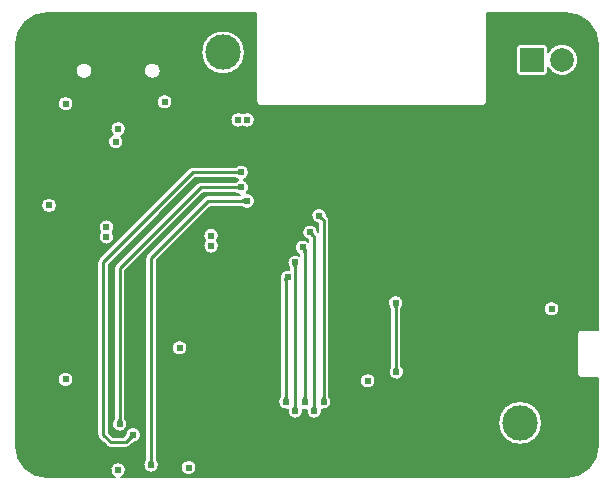
<source format=gbl>
G04 Layer: BottomLayer*
G04 EasyEDA Pro v2.2.34.8, 2025-02-19 17:22:18*
G04 Gerber Generator version 0.3*
G04 Scale: 100 percent, Rotated: No, Reflected: No*
G04 Dimensions in millimeters*
G04 Leading zeros omitted, absolute positions, 4 integers and 5 decimals*
%FSLAX45Y45*%
%MOMM*%
%ADD10C,0.2032*%
%ADD11C,3.0*%
%ADD12O,1.1X2.0*%
%ADD13O,1.2X1.8*%
%ADD14R,2.0X2.0*%
%ADD15C,2.0*%
%ADD16C,0.6096*%
%ADD17C,0.2586*%
%ADD18C,0.254*%
G75*


G04 Copper Start*
G36*
G01X18441151Y3135114D02*
G01X14671239Y3135114D01*
G03X14643099Y3261433I-28140J60025D01*
G03X14614959Y3135114I0J-66294D01*
G01X14041400Y3135114D01*
G02X13777214Y3399300I0J264186D01*
G01X13777214Y6799300D01*
G02X14041300Y7063486I264099J87D01*
G01X15813786Y7063486D01*
G01X15813786Y6311900D01*
G03X15849600Y6276086I35814J0D01*
G01X17729200Y6276086D01*
G03X17765014Y6311900I0J35814D01*
G01X17765014Y7063486D01*
G01X18441328Y7063486D01*
G02X18705514Y6799237I0J-264186D01*
G01X18705337Y6062800D01*
G01X18705337Y4384114D01*
G01X18566150Y4384114D01*
G03X18530336Y4348300I0J-35814D01*
G01X18530336Y4008300D01*
G03X18566150Y3972486I35814J0D01*
G01X18705337Y3972486D01*
G01X18705337Y3399300D01*
G02X18441151Y3135114I-264186J0D01*
G37*
%LPC*%
G36*
G01X13992111Y5435105D02*
G03X14124699Y5435105I66294J0D01*
G03X13992111Y5435105I-66294J0D01*
G37*
G36*
G01X14132306Y6296406D02*
G03X14264894Y6296406I66294J0D01*
G03X14132306Y6296406I-66294J0D01*
G37*
G36*
G01X14132307Y3962400D02*
G03X14264895Y3962400I66294J0D01*
G03X14132307Y3962400I-66294J0D01*
G37*
G36*
G01X14425703Y6575909D02*
G03X14284072Y6575909I-70815J0D01*
G03X14425703Y6575909I70815J0D01*
G37*
G36*
G01X14467586Y3492500D02*
G03X14481795Y3458195I48514J0D01*
G01X14545295Y3394695D01*
G03X14579600Y3380486I34305J34305D01*
G01X14706600Y3380486D01*
G03X14740905Y3394695I0J48514D01*
G01X14772276Y3426067D01*
G01X14775316Y3426412D01*
G03X14816977Y3539377I-5216J66088D01*
G03X14704012Y3497716I-46877J-46877D01*
G01X14703667Y3494676D01*
G01X14686505Y3477514D01*
G01X14599695Y3477514D01*
G01X14564614Y3512595D01*
G01X14564614Y4932905D01*
G01X15298195Y5666486D01*
G01X15639064Y5666486D01*
G01X15641460Y5664577D01*
G03X15665457Y5651500I43040J50423D01*
G03X15641460Y5638423I19043J-63500D01*
G01X15639064Y5636514D01*
G01X15341600Y5636514D01*
G03X15307295Y5622305I0J-48514D01*
G01X14621494Y4936503D01*
G03X14607285Y4902199I34305J-34305D01*
G01X14607285Y3630696D01*
G01X14605376Y3628300D01*
G03X14655798Y3518966I50423J-43040D01*
G03X14706222Y3628299I0J66294D01*
G01X14704313Y3630697D01*
G01X14704313Y4882104D01*
G01X15361695Y5539486D01*
G01X15639064Y5539486D01*
G01X15641460Y5537577D01*
G03X15676309Y5522214I43040J50423D01*
G01X15405100Y5522214D01*
G03X15370795Y5508005I0J-48514D01*
G01X14888195Y5025405D01*
G03X14873986Y4991100I34305J-34305D01*
G01X14873986Y3283936D01*
G01X14872077Y3281540D01*
G03X14922500Y3172206I50423J-43040D01*
G03X14972923Y3281539I0J66294D01*
G01X14971014Y3283937D01*
G01X14971014Y4971005D01*
G01X15425195Y5425186D01*
G01X15689864Y5425186D01*
G01X15692260Y5423277D01*
G03X15798368Y5453272I43040J50423D01*
G03X15729996Y5539781I-63068J20428D01*
G03X15749010Y5603275I-45496J48219D01*
G03X15703543Y5651500I-64510J-15275D01*
G03X15742711Y5746723I-19043J63500D01*
G03X15641460Y5765423I-58211J-31723D01*
G01X15639064Y5763514D01*
G01X15278100Y5763514D01*
G03X15243795Y5749305I0J-48514D01*
G01X14481795Y4987305D01*
G03X14467586Y4953000I34305J-34305D01*
G01X14467586Y3492500D01*
G37*
G36*
G01X14544104Y5102606D02*
G03X14596275Y5209804I0J66294D01*
G03X14544104Y5317003I-52170J40904D01*
G03X14491934Y5209804I0J-66294D01*
G03X14544104Y5102606I52170J-40904D01*
G37*
G36*
G01X14608412Y5909590D02*
G03X14667919Y6021827I12982J65010D01*
G03X14656082Y6148310I-24819J61473D01*
G03X14596575Y6036074I-12982J-65010D01*
G03X14608412Y5909590I24819J-61473D01*
G37*
G36*
G01X15003705Y6575909D02*
G03X14862075Y6575909I-70815J0D01*
G03X15003705Y6575909I70815J0D01*
G37*
G36*
G01X14970506Y6311900D02*
G03X15103094Y6311900I66294J0D01*
G03X14970506Y6311900I-66294J0D01*
G37*
G36*
G01X15097506Y4229100D02*
G03X15230094Y4229100I66294J0D01*
G03X15097506Y4229100I-66294J0D01*
G37*
G36*
G01X15173706Y3215950D02*
G03X15306294Y3215950I66294J0D01*
G03X15173706Y3215950I-66294J0D01*
G37*
G36*
G01X15346286Y6731000D02*
G03X15717914Y6731000I185814J0D01*
G03X15346286Y6731000I-185814J0D01*
G37*
G36*
G01X15430500Y5026406D02*
G03X15480051Y5136741I0J66294D01*
G03X15430500Y5247076I-49551J44041D01*
G03X15380949Y5136741I0J-66294D01*
G03X15430500Y5026406I49551J-44041D01*
G37*
G36*
G01X15593661Y6159500D02*
G03X15697627Y6104950I66294J0D01*
G03X15801594Y6159500I37673J54550D01*
G03X15697627Y6214050I-66294J0D01*
G03X15593661Y6159500I-37673J-54550D01*
G37*
G36*
G01X16175071Y5010282D02*
G03X16090819Y4995498I-33371J-57282D01*
G03X16091277Y4909960I50881J-42498D01*
G01X16093186Y4907564D01*
G01X16093186Y4890578D01*
G03X16013239Y4812775I-14986J-64578D01*
G01X16014512Y4804624D01*
G01X16015071Y4796675D01*
G01X16015071Y3817336D01*
G01X16013162Y3814940D01*
G03X16006864Y3737584I50423J-43040D01*
G03X16078307Y3707261I56721J34316D01*
G03X16143585Y3629406I65278J-11561D01*
G03X16208863Y3707261I0J66294D01*
G03X16238307Y3707261I14722J64639D01*
G03X16303585Y3629406I65278J-11561D01*
G03X16368863Y3707261I0J66294D01*
G03X16434008Y3814939I14722J64639D01*
G01X16432099Y3817337D01*
G01X16432099Y5308015D01*
G03X16417890Y5342320I-48514J0D01*
G01X16411333Y5348876D01*
G01X16410988Y5351916D01*
G03X16299693Y5395190I-66088J-5216D01*
G03X16335071Y5281139I45207J-48490D01*
G01X16335071Y5209723D01*
G01X16334788Y5212216D01*
G03X16224924Y5256786I-66088J-5216D01*
G03X16255071Y5142122I43776J-49786D01*
G01X16255071Y5123678D01*
G03X16152895Y5120732I-49871J-43678D01*
G03X16175071Y5020948I52305J-40732D01*
G01X16175071Y5010282D01*
G37*
G36*
G01X16689597Y3949700D02*
G03X16822185Y3949700I66294J0D01*
G03X16689597Y3949700I-66294J0D01*
G37*
G36*
G01X16943150Y4062439D02*
G01X16941049Y4058650D01*
G03X17010822Y3960726I57640J-32750D01*
G03X17041114Y4076827I-12140J65170D01*
G01X17041114Y4564663D01*
G01X17043023Y4567061D01*
G03X16992600Y4676394I-50423J43039D01*
G03X16942177Y4567060I0J-66294D01*
G01X16944086Y4564664D01*
G01X16944086Y4064440D01*
G01X16943150Y4062439D01*
G37*
G36*
G01X17860886Y3594100D02*
G03X18232514Y3594100I185814J0D01*
G03X17860886Y3594100I-185814J0D01*
G37*
G36*
G01X18284114Y6767500D02*
G03X18248300Y6803314I-35814J0D01*
G01X18048300Y6803314D01*
G03X18012486Y6767500I0J-35814D01*
G01X18012486Y6567500D01*
G03X18048300Y6531686I35814J0D01*
G01X18248300Y6531686D01*
G03X18284114Y6567500I0J35814D01*
G01X18284114Y6600587D01*
G03X18538114Y6667500I118186J66913D01*
G03X18284114Y6734413I-135814J0D01*
G01X18284114Y6767500D01*
G37*
G36*
G01X18247106Y4559300D02*
G03X18379694Y4559300I66294J0D01*
G03X18247106Y4559300I-66294J0D01*
G37*
%LPD*%
G54D10*
G01X18441151Y3135114D02*
G01X14671239Y3135114D01*
G03X14643099Y3261433I-28140J60025D01*
G03X14614959Y3135114I0J-66294D01*
G01X14041400Y3135114D01*
G02X13777214Y3399300I0J264186D01*
G01X13777214Y6799300D01*
G02X14041300Y7063486I264099J87D01*
G01X15813786Y7063486D01*
G01X15813786Y6311900D01*
G03X15849600Y6276086I35814J0D01*
G01X17729200Y6276086D01*
G03X17765014Y6311900I0J35814D01*
G01X17765014Y7063486D01*
G01X18441328Y7063486D01*
G02X18705514Y6799237I0J-264186D01*
G01X18705337Y6062800D01*
G01X18705337Y4384114D01*
G01X18566150Y4384114D01*
G03X18530336Y4348300I0J-35814D01*
G01X18530336Y4008300D01*
G03X18566150Y3972486I35814J0D01*
G01X18705337Y3972486D01*
G01X18705337Y3399300D01*
G02X18441151Y3135114I-264186J0D01*
G01X13992111Y5435105D02*
G03X14124699Y5435105I66294J0D01*
G03X13992111Y5435105I-66294J0D01*
G01X14132306Y6296406D02*
G03X14264894Y6296406I66294J0D01*
G03X14132306Y6296406I-66294J0D01*
G01X14132307Y3962400D02*
G03X14264895Y3962400I66294J0D01*
G03X14132307Y3962400I-66294J0D01*
G01X14425703Y6575909D02*
G03X14284072Y6575909I-70815J0D01*
G03X14425703Y6575909I70815J0D01*
G01X14467586Y3492500D02*
G03X14481795Y3458195I48514J0D01*
G01X14545295Y3394695D01*
G03X14579600Y3380486I34305J34305D01*
G01X14706600Y3380486D01*
G03X14740905Y3394695I0J48514D01*
G01X14772276Y3426067D01*
G01X14775316Y3426412D01*
G03X14816977Y3539377I-5216J66088D01*
G03X14704012Y3497716I-46877J-46877D01*
G01X14703667Y3494676D01*
G01X14686505Y3477514D01*
G01X14599695Y3477514D01*
G01X14564614Y3512595D01*
G01X14564614Y4932905D01*
G01X15298195Y5666486D01*
G01X15639064Y5666486D01*
G01X15641460Y5664577D01*
G03X15665457Y5651500I43040J50423D01*
G03X15641460Y5638423I19043J-63500D01*
G01X15639064Y5636514D01*
G01X15341600Y5636514D01*
G03X15307295Y5622305I0J-48514D01*
G01X14621494Y4936503D01*
G03X14607285Y4902199I34305J-34305D01*
G01X14607285Y3630696D01*
G01X14605376Y3628300D01*
G03X14655798Y3518966I50423J-43040D01*
G03X14706222Y3628299I0J66294D01*
G01X14704313Y3630697D01*
G01X14704313Y4882104D01*
G01X15361695Y5539486D01*
G01X15639064Y5539486D01*
G01X15641460Y5537577D01*
G03X15676309Y5522214I43040J50423D01*
G01X15405100Y5522214D01*
G03X15370795Y5508005I0J-48514D01*
G01X14888195Y5025405D01*
G03X14873986Y4991100I34305J-34305D01*
G01X14873986Y3283936D01*
G01X14872077Y3281540D01*
G03X14922500Y3172206I50423J-43040D01*
G03X14972923Y3281539I0J66294D01*
G01X14971014Y3283937D01*
G01X14971014Y4971005D01*
G01X15425195Y5425186D01*
G01X15689864Y5425186D01*
G01X15692260Y5423277D01*
G03X15798368Y5453272I43040J50423D01*
G03X15729996Y5539781I-63068J20428D01*
G03X15749010Y5603275I-45496J48219D01*
G03X15703543Y5651500I-64510J-15275D01*
G03X15742711Y5746723I-19043J63500D01*
G03X15641460Y5765423I-58211J-31723D01*
G01X15639064Y5763514D01*
G01X15278100Y5763514D01*
G03X15243795Y5749305I0J-48514D01*
G01X14481795Y4987305D01*
G03X14467586Y4953000I34305J-34305D01*
G01X14467586Y3492500D01*
G01X14544104Y5102606D02*
G03X14596275Y5209804I0J66294D01*
G03X14544104Y5317003I-52170J40904D01*
G03X14491934Y5209804I0J-66294D01*
G03X14544104Y5102606I52170J-40904D01*
G01X14608412Y5909590D02*
G03X14667919Y6021827I12982J65010D01*
G03X14656082Y6148310I-24819J61473D01*
G03X14596575Y6036074I-12982J-65010D01*
G03X14608412Y5909590I24819J-61473D01*
G01X15003705Y6575909D02*
G03X14862075Y6575909I-70815J0D01*
G03X15003705Y6575909I70815J0D01*
G01X14970506Y6311900D02*
G03X15103094Y6311900I66294J0D01*
G03X14970506Y6311900I-66294J0D01*
G01X15097506Y4229100D02*
G03X15230094Y4229100I66294J0D01*
G03X15097506Y4229100I-66294J0D01*
G01X15173706Y3215950D02*
G03X15306294Y3215950I66294J0D01*
G03X15173706Y3215950I-66294J0D01*
G01X15346286Y6731000D02*
G03X15717914Y6731000I185814J0D01*
G03X15346286Y6731000I-185814J0D01*
G01X15430500Y5026406D02*
G03X15480051Y5136741I0J66294D01*
G03X15430500Y5247076I-49551J44041D01*
G03X15380949Y5136741I0J-66294D01*
G03X15430500Y5026406I49551J-44041D01*
G01X15593661Y6159500D02*
G03X15697627Y6104950I66294J0D01*
G03X15801594Y6159500I37673J54550D01*
G03X15697627Y6214050I-66294J0D01*
G03X15593661Y6159500I-37673J-54550D01*
G01X16175071Y5010282D02*
G03X16090819Y4995498I-33371J-57282D01*
G03X16091277Y4909960I50881J-42498D01*
G01X16093186Y4907564D01*
G01X16093186Y4890578D01*
G03X16013239Y4812775I-14986J-64578D01*
G01X16014512Y4804624D01*
G01X16015071Y4796675D01*
G01X16015071Y3817336D01*
G01X16013162Y3814940D01*
G03X16006864Y3737584I50423J-43040D01*
G03X16078307Y3707261I56721J34316D01*
G03X16143585Y3629406I65278J-11561D01*
G03X16208863Y3707261I0J66294D01*
G03X16238307Y3707261I14722J64639D01*
G03X16303585Y3629406I65278J-11561D01*
G03X16368863Y3707261I0J66294D01*
G03X16434008Y3814939I14722J64639D01*
G01X16432099Y3817337D01*
G01X16432099Y5308015D01*
G03X16417890Y5342320I-48514J0D01*
G01X16411333Y5348876D01*
G01X16410988Y5351916D01*
G03X16299693Y5395190I-66088J-5216D01*
G03X16335071Y5281139I45207J-48490D01*
G01X16335071Y5209723D01*
G01X16334788Y5212216D01*
G03X16224924Y5256786I-66088J-5216D01*
G03X16255071Y5142122I43776J-49786D01*
G01X16255071Y5123678D01*
G03X16152895Y5120732I-49871J-43678D01*
G03X16175071Y5020948I52305J-40732D01*
G01X16175071Y5010282D01*
G01X16689597Y3949700D02*
G03X16822185Y3949700I66294J0D01*
G03X16689597Y3949700I-66294J0D01*
G01X16943150Y4062439D02*
G01X16941049Y4058650D01*
G03X17010822Y3960726I57640J-32750D01*
G03X17041114Y4076827I-12140J65170D01*
G01X17041114Y4564663D01*
G01X17043023Y4567061D01*
G03X16992600Y4676394I-50423J43039D01*
G03X16942177Y4567060I0J-66294D01*
G01X16944086Y4564664D01*
G01X16944086Y4064440D01*
G01X16943150Y4062439D01*
G01X17860886Y3594100D02*
G03X18232514Y3594100I185814J0D01*
G03X17860886Y3594100I-185814J0D01*
G01X18284114Y6767500D02*
G03X18248300Y6803314I-35814J0D01*
G01X18048300Y6803314D01*
G03X18012486Y6767500I0J-35814D01*
G01X18012486Y6567500D01*
G03X18048300Y6531686I35814J0D01*
G01X18248300Y6531686D01*
G03X18284114Y6567500I0J35814D01*
G01X18284114Y6600587D01*
G03X18538114Y6667500I118186J66913D01*
G03X18284114Y6734413I-135814J0D01*
G01X18284114Y6767500D01*
G01X18247106Y4559300D02*
G03X18379694Y4559300I66294J0D01*
G03X18247106Y4559300I-66294J0D01*
G04 Copper End*

G04 TearDrop Start*
G36*
G01X16050885Y3813397D02*
G01X16076285Y3813397D01*
G01X16076513Y3810511D01*
G01X16077158Y3807633D01*
G01X16079460Y3802009D01*
G01X16082715Y3796745D01*
G01X16086445Y3792061D01*
G01X16040725Y3792061D01*
G01X16044456Y3796745D01*
G01X16047710Y3802009D01*
G01X16050012Y3807633D01*
G01X16050657Y3810511D01*
G01X16050885Y3813397D01*
G37*
G36*
G01X16129000Y3735744D02*
G01X16154400Y3738572D01*
G01X16154642Y3735691D01*
G01X16155324Y3732785D01*
G01X16157761Y3727070D01*
G01X16161205Y3721771D01*
G01X16165154Y3717236D01*
G01X16119522Y3714408D01*
G01X16123002Y3719228D01*
G01X16126038Y3724467D01*
G01X16128185Y3730011D01*
G01X16128787Y3732861D01*
G01X16129000Y3735744D01*
G37*
G36*
G01X16210885Y3813397D02*
G01X16236285Y3813397D01*
G01X16236513Y3810511D01*
G01X16237158Y3807633D01*
G01X16239460Y3802009D01*
G01X16242714Y3796745D01*
G01X16246445Y3792061D01*
G01X16200725Y3792061D01*
G01X16204456Y3796745D01*
G01X16207710Y3802009D01*
G01X16210012Y3807633D01*
G01X16210657Y3810511D01*
G01X16210885Y3813397D01*
G37*
G36*
G01X16290885Y3737197D02*
G01X16316285Y3737197D01*
G01X16316513Y3734311D01*
G01X16317158Y3731433D01*
G01X16319460Y3725809D01*
G01X16322714Y3720545D01*
G01X16326445Y3715861D01*
G01X16280725Y3715861D01*
G01X16284456Y3720545D01*
G01X16287710Y3725809D01*
G01X16290012Y3731433D01*
G01X16290657Y3734311D01*
G01X16290885Y3737197D01*
G37*
G36*
G01X16370885Y3813397D02*
G01X16396285Y3813397D01*
G01X16396513Y3810511D01*
G01X16397158Y3807633D01*
G01X16399460Y3802009D01*
G01X16402714Y3796745D01*
G01X16406445Y3792061D01*
G01X16360725Y3792061D01*
G01X16364456Y3796745D01*
G01X16367710Y3802009D01*
G01X16370012Y3807633D01*
G01X16370657Y3810511D01*
G01X16370885Y3813397D01*
G37*
G36*
G01X16979900Y4062424D02*
G01X17005300Y4071557D01*
G01X17005564Y4068706D01*
G01X17006311Y4065739D01*
G01X17008975Y4059791D01*
G01X17012742Y4054392D01*
G01X17017061Y4050221D01*
G01X16972262Y4041088D01*
G01X16975067Y4046147D01*
G01X16977513Y4051374D01*
G01X16979244Y4056791D01*
G01X16979900Y4062424D01*
G37*
G36*
G01X14909800Y3279997D02*
G01X14935200Y3279997D01*
G01X14935428Y3277111D01*
G01X14936073Y3274233D01*
G01X14938375Y3268609D01*
G01X14941630Y3263345D01*
G01X14945360Y3258661D01*
G01X14899640Y3258661D01*
G01X14903371Y3263345D01*
G01X14906625Y3268609D01*
G01X14908927Y3274233D01*
G01X14909572Y3277111D01*
G01X14909800Y3279997D01*
G37*
G36*
G01X14749738Y3454177D02*
G01X14731777Y3472138D01*
G01X14733656Y3474340D01*
G01X14735235Y3476831D01*
G01X14737585Y3482435D01*
G01X14739006Y3488459D01*
G01X14739680Y3494409D01*
G01X14772009Y3462080D01*
G01X14766059Y3461406D01*
G01X14760035Y3459985D01*
G01X14754431Y3457635D01*
G01X14751940Y3456056D01*
G01X14749738Y3454177D01*
G37*
G36*
G01X15643003Y5702300D02*
G01X15643003Y5727700D01*
G01X15645889Y5727928D01*
G01X15648767Y5728573D01*
G01X15654391Y5730875D01*
G01X15659655Y5734129D01*
G01X15664339Y5737860D01*
G01X15664339Y5692140D01*
G01X15659655Y5695871D01*
G01X15654391Y5699125D01*
G01X15648767Y5701427D01*
G01X15645889Y5702072D01*
G01X15643003Y5702300D01*
G37*
G36*
G01X15643003Y5575300D02*
G01X15643003Y5600700D01*
G01X15645889Y5600928D01*
G01X15648767Y5601573D01*
G01X15654391Y5603875D01*
G01X15659655Y5607129D01*
G01X15664339Y5610860D01*
G01X15664339Y5565140D01*
G01X15659655Y5568871D01*
G01X15654391Y5572125D01*
G01X15648767Y5574427D01*
G01X15645889Y5575072D01*
G01X15643003Y5575300D01*
G37*
G36*
G01X15693803Y5461000D02*
G01X15693803Y5486400D01*
G01X15696689Y5486628D01*
G01X15699567Y5487273D01*
G01X15705191Y5489575D01*
G01X15710455Y5492829D01*
G01X15715139Y5496560D01*
G01X15715139Y5450840D01*
G01X15710455Y5454571D01*
G01X15705191Y5457825D01*
G01X15699567Y5460127D01*
G01X15696689Y5460772D01*
G01X15693803Y5461000D01*
G37*
G36*
G01X16383223Y5326338D02*
G01X16365262Y5308377D01*
G01X16363060Y5310256D01*
G01X16360569Y5311835D01*
G01X16354965Y5314185D01*
G01X16348941Y5315606D01*
G01X16342991Y5316280D01*
G01X16375320Y5348609D01*
G01X16375994Y5342659D01*
G01X16377415Y5336635D01*
G01X16379765Y5331031D01*
G01X16381344Y5328540D01*
G01X16383223Y5326338D01*
G37*
G36*
G01X16307023Y5186638D02*
G01X16289062Y5168677D01*
G01X16286860Y5170556D01*
G01X16284369Y5172135D01*
G01X16278765Y5174485D01*
G01X16272741Y5175906D01*
G01X16266791Y5176580D01*
G01X16299120Y5208909D01*
G01X16299794Y5202959D01*
G01X16301215Y5196935D01*
G01X16303565Y5191331D01*
G01X16305144Y5188840D01*
G01X16307023Y5186638D01*
G37*
G36*
G01X16236285Y5056373D02*
G01X16210885Y5028537D01*
G01X16210648Y5035827D01*
G01X16210198Y5039233D01*
G01X16209393Y5042347D01*
G01X16208130Y5045068D01*
G01X16206307Y5047296D01*
G01X16203824Y5048931D01*
G01X16200578Y5049873D01*
G01X16235594Y5077709D01*
G01X16235460Y5072239D01*
G01X16235724Y5067049D01*
G01X16236285Y5056373D01*
G37*
G36*
G01X16154400Y4911503D02*
G01X16129000Y4911503D01*
G01X16128772Y4914389D01*
G01X16128127Y4917267D01*
G01X16125825Y4922891D01*
G01X16122571Y4928155D01*
G01X16118840Y4932839D01*
G01X16164560Y4932839D01*
G01X16160830Y4928155D01*
G01X16157575Y4922891D01*
G01X16155273Y4917267D01*
G01X16154628Y4914389D01*
G01X16154400Y4911503D01*
G37*
G36*
G01X16076285Y4775346D02*
G01X16050885Y4797933D01*
G01X16050131Y4808652D01*
G01X16048472Y4819269D01*
G01X16086535Y4796682D01*
G01X16083550Y4795419D01*
G01X16081195Y4793581D01*
G01X16079398Y4791253D01*
G01X16078087Y4788523D01*
G01X16077192Y4785480D01*
G01X16076641Y4782211D01*
G01X16076285Y4775346D01*
G37*
G36*
G01X17005300Y4568603D02*
G01X16979900Y4568603D01*
G01X16979672Y4571489D01*
G01X16979027Y4574367D01*
G01X16976725Y4579991D01*
G01X16973471Y4585255D01*
G01X16969740Y4589939D01*
G01X17015460Y4589939D01*
G01X17011730Y4585255D01*
G01X17008475Y4579991D01*
G01X17006173Y4574367D01*
G01X17005528Y4571489D01*
G01X17005300Y4568603D01*
G37*
G36*
G01X14643099Y3626757D02*
G01X14668499Y3626757D01*
G01X14668727Y3623871D01*
G01X14669372Y3620993D01*
G01X14671674Y3615369D01*
G01X14674928Y3610105D01*
G01X14678659Y3605421D01*
G01X14632939Y3605421D01*
G01X14636669Y3610105D01*
G01X14639924Y3615369D01*
G01X14642226Y3620993D01*
G01X14642871Y3623871D01*
G01X14643099Y3626757D01*
G37*
G04 TearDrop End*

G04 Pad Start*
G54D11*
G01X18046700Y3594100D03*
G01X15532100Y6731000D03*
G54D12*
G01X15076400Y6523890D03*
G01X14211403Y6523890D03*
G54D13*
G01X15076400Y6943904D03*
G01X14211403Y6943904D03*
G54D14*
G01X18148300Y6667500D03*
G54D15*
G01X18402300Y6667500D03*
G04 Pad End*

G04 Via Start*
G54D16*
G01X15036800Y6311900D03*
G01X14198600Y6296406D03*
G01X16063585Y3771900D03*
G01X16143585Y3695700D03*
G01X16223585Y3771900D03*
G01X16303585Y3695700D03*
G01X16383585Y3771900D03*
G01X16755891Y3949700D03*
G01X16998689Y4025900D03*
G01X14922500Y3238500D03*
G01X14770100Y3492500D03*
G01X14643099Y3195139D03*
G01X14198601Y3962400D03*
G01X18313400Y4559300D03*
G01X14621394Y5974601D03*
G01X15430500Y5180782D03*
G01X14544104Y5168900D03*
G01X14544104Y5250709D03*
G01X15430500Y5092700D03*
G01X14643100Y6083300D03*
G01X14058405Y5435105D03*
G01X15163800Y4229100D03*
G01X15684500Y5715000D03*
G01X15684500Y5588000D03*
G01X15735300Y5473700D03*
G01X15735300Y6159500D03*
G01X15659955Y6159500D03*
G01X16344900Y5346700D03*
G01X16268700Y5207000D03*
G01X16205200Y5080000D03*
G01X16141700Y4953000D03*
G01X16078200Y4826000D03*
G01X15240000Y3215950D03*
G01X16992600Y4610100D03*
G01X14655799Y3585260D03*
G01X18478500Y5715000D03*
G01X18478500Y5626100D03*
G01X18008600Y6946900D03*
G01X18135600Y6946900D03*
G01X18275300Y6946900D03*
G01X18427700Y5054600D03*
G01X18427700Y4953000D03*
G01X18338800Y5003800D03*
G01X17932400Y4864100D03*
G01X17932400Y4737100D03*
G01X18402300Y3822700D03*
G01X18402300Y3733800D03*
G01X18402300Y3644900D03*
G01X18402300Y3556000D03*
G01X17805400Y3251200D03*
G01X17894300Y3251200D03*
G01X17983200Y3251200D03*
G01X18072100Y3251200D03*
G01X17284700Y3251200D03*
G01X17373600Y3251200D03*
G01X17462500Y3251200D03*
G01X17551400Y3251200D03*
G01X17335500Y5130800D03*
G01X17335500Y5041900D03*
G01X17335500Y4953000D03*
G01X17335500Y4864100D03*
G01X17208500Y5130800D03*
G01X17208500Y5041900D03*
G01X17208500Y4953000D03*
G01X17208500Y4864100D03*
G01X15506700Y3251200D03*
G01X15595600Y3251200D03*
G01X15684500Y3251200D03*
G01X15773400Y3251200D03*
G01X13881100Y3949700D03*
G01X13881100Y3860800D03*
G01X13881100Y3771900D03*
G01X13881100Y3683000D03*
G01X13881100Y4406900D03*
G01X13881100Y4318000D03*
G01X13881100Y4229100D03*
G01X13881100Y4140200D03*
G01X15405100Y4889500D03*
G01X18097500Y5613400D03*
G01X18034000Y5549900D03*
G01X18228707Y6060181D03*
G01X15401539Y6994704D03*
G01X15490439Y6994704D03*
G01X15579339Y6994704D03*
G01X15668239Y6994704D03*
G01X15722600Y6350000D03*
G01X15722600Y6438900D03*
G01X15722600Y6527800D03*
G01X16662400Y6121400D03*
G01X16751300Y6121400D03*
G01X16840200Y6121400D03*
G01X16929100Y6121400D03*
G01X13881100Y6235700D03*
G01X13881100Y6324600D03*
G01X13881100Y6413500D03*
G01X13881100Y6502400D03*
G01X13881100Y5715000D03*
G01X13881100Y5803900D03*
G01X13881100Y5892800D03*
G01X13881100Y5981700D03*
G01X14744700Y5461000D03*
G01X15570200Y4457700D03*
G01X15506700Y4521200D03*
G01X15367000Y4140200D03*
G01X15367000Y4038600D03*
G01X14744700Y5562600D03*
G01X18072100Y6400800D03*
G04 Via End*

G04 Track Start*
G54D18*
G01X16992600Y4610100D02*
G01X16992600Y4031989D01*
G01X16998689Y4025900D01*
G01X16344900Y5346700D02*
G01X16383585Y5308015D01*
G01X16383585Y3771900D01*
G01X16268700Y5207000D02*
G01X16303585Y5172115D01*
G01X16303585Y3695700D01*
G01X16223585Y3771900D02*
G01X16223585Y5061615D01*
G01X16205200Y5080000D01*
G01X16141700Y4953000D02*
G01X16141700Y3697585D01*
G01X16143585Y3695700D01*
G01X16078200Y4826000D02*
G01X16063585Y4811385D01*
G01X16063585Y3771900D01*
G01X14922500Y3238500D02*
G01X14922500Y4991100D01*
G01X15405100Y5473700D01*
G01X15735300Y5473700D01*
G01X15278100Y5715000D02*
G01X15684500Y5715000D01*
G01X14516100Y4953000D02*
G01X15278100Y5715000D01*
G01X14655799Y3585260D02*
G01X14655799Y4902199D01*
G01X15341600Y5588000D01*
G01X15684500Y5588000D01*
G01X14516100Y3492500D02*
G01X14516100Y4953000D01*
G01X14770100Y3492500D02*
G01X14706600Y3429000D01*
G01X14579600Y3429000D01*
G01X14516100Y3492500D01*
G04 Track End*

M02*


</source>
